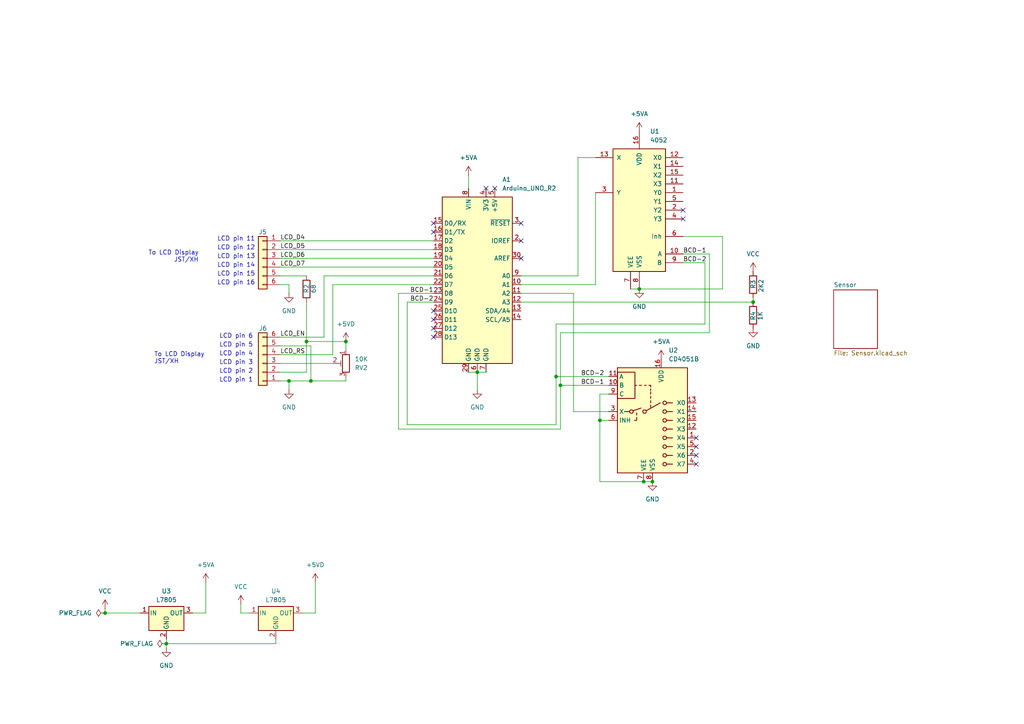
<source format=kicad_sch>
(kicad_sch (version 20250114) (generator "eeschema") (generator_version "9.0")
  (paper "A4")
  (lib_symbols
    (symbol "+5VD_1" (power) (pin_numbers (hide yes)) (pin_names (offset 0) (hide yes))
      (property "Value" "+5VD" (at 0 3.556 0))
      (symbol "+5VD_1_0_1"
        (polyline (pts (xy -0.762 1.27) (xy 0 2.54)))
        (polyline (pts (xy 0 2.54) (xy 0.762 1.27)))
        (polyline (pts (xy 0 0) (xy 0 2.54)))
      )
      (symbol "+5VD_1_1_1"
        (pin power_in line (at 0 0 90) (length 0) (name "~") (number "1"))
      )
    )
    (symbol "4xxx:4052" (pin_names (offset 1.016))
      (property "Reference" "U" (at -7.62 19.05 0))
      (property "Value" "4052" (at -7.62 -19.05 0))
      (symbol "4052_1_0"
        (pin passive line (at -12.7 15.24 0) (length 5.08) (name "X0") (number "12"))
        (pin passive line (at -12.7 12.7 0) (length 5.08) (name "X1") (number "14"))
        (pin passive line (at -12.7 10.16 0) (length 5.08) (name "X2") (number "15"))
        (pin passive line (at -12.7 7.62 0) (length 5.08) (name "X3") (number "11"))
        (pin passive line (at -12.7 5.08 0) (length 5.08) (name "Y0") (number "1"))
        (pin passive line (at -12.7 2.54 0) (length 5.08) (name "Y1") (number "5"))
        (pin passive line (at -12.7 0 0) (length 5.08) (name "Y2") (number "2"))
        (pin passive line (at -12.7 -2.54 0) (length 5.08) (name "Y3") (number "4"))
        (pin input line (at -12.7 -7.62 0) (length 5.08) (name "Inh") (number "6"))
        (pin input line (at -12.7 -12.7 0) (length 5.08) (name "A") (number "10"))
        (pin input line (at -12.7 -15.24 0) (length 5.08) (name "B") (number "9"))
        (pin power_in line (at 0 22.86 270) (length 5.08) (name "VDD") (number "16"))
        (pin power_in line (at 0 -22.86 90) (length 5.08) (name "VSS") (number "8"))
        (pin power_in line (at 2.54 -22.86 90) (length 5.08) (name "VEE") (number "7"))
        (pin passive line (at 12.7 15.24 180) (length 5.08) (name "X") (number "13"))
        (pin passive line (at 12.7 5.08 180) (length 5.08) (name "Y") (number "3"))
      )
      (symbol "4052_1_1"
        (rectangle (start -7.62 17.78) (end 7.62 -17.78) (stroke (width 0.254)) (fill (type background)))
      )
    )
    (symbol "Analog_Switch:CD4051B"
      (property "Reference" "U" (at -10.16 16.51 0))
      (property "Value" "CD4051B" (at 3.81 16.51 0))
      (symbol "CD4051B_0_1"
        (rectangle (start -10.16 15.24) (end 10.16 -15.24) (stroke (width 0.254)) (fill (type background)))
        (rectangle (start -10.16 6.35) (end -5.08 13.97) (stroke (width 0.254)))
        (polyline (pts (xy -8.128 2.54) (xy -6.604 2.54)) (stroke (width 0.254)))
        (circle (center -6.096 2.54) (radius 0.508) (stroke (width 0.254)))
        (polyline (pts (xy -5.588 2.794) (xy -3.302 3.556)) (stroke (width 0.254)))
        (polyline (pts (xy -4.572 10.16) (xy -5.08 10.16)) (stroke (width 0.254)))
        (polyline (pts (xy -4.572 1.524) (xy -4.572 2.159)) (stroke (width 0.254)))
        (polyline (pts (xy -4.572 0.254) (xy -4.572 0.889)) (stroke (width 0.254)))
        (polyline (pts (xy -4.572 0) (xy -5.207 0)) (stroke (width 0.254)))
        (polyline (pts (xy -3.81 10.16) (xy -3.175 10.16)) (stroke (width 0.254)))
        (circle (center -2.286 2.54) (radius 0.508) (stroke (width 0.254)))
        (polyline (pts (xy -1.778 10.16) (xy -2.286 10.16)) (stroke (width 0.254)))
        (polyline (pts (xy -1.778 2.794) (xy 2.286 5.08)) (stroke (width 0.254)))
        (polyline (pts (xy -0.508 10.16) (xy -1.016 10.16)) (stroke (width 0.254)))
        (polyline (pts (xy -0.508 9.652) (xy -0.508 10.16)) (stroke (width 0.254)))
        (polyline (pts (xy -0.508 8.636) (xy -0.508 9.144)) (stroke (width 0.254)))
        (polyline (pts (xy -0.508 7.62) (xy -0.508 8.255)) (stroke (width 0.254)))
        (polyline (pts (xy -0.508 6.35) (xy -0.508 6.985)) (stroke (width 0.254)))
        (polyline (pts (xy -0.508 5.08) (xy -0.508 5.715)) (stroke (width 0.254)))
        (polyline (pts (xy -0.508 3.81) (xy -0.508 4.445)) (stroke (width 0.254)))
        (circle (center 3.556 5.08) (radius 0.508) (stroke (width 0.254)))
        (circle (center 3.556 2.54) (radius 0.508) (stroke (width 0.254)))
        (circle (center 3.556 0) (radius 0.508) (stroke (width 0.254)))
        (circle (center 3.556 -2.54) (radius 0.508) (stroke (width 0.254)))
        (circle (center 3.556 -5.08) (radius 0.508) (stroke (width 0.254)))
        (circle (center 3.556 -7.62) (radius 0.508) (stroke (width 0.254)))
        (circle (center 3.556 -10.16) (radius 0.508) (stroke (width 0.254)))
        (circle (center 3.556 -12.7) (radius 0.508) (stroke (width 0.254)))
        (polyline (pts (xy 4.064 5.08) (xy 5.842 5.08)) (stroke (width 0.254)))
        (polyline (pts (xy 4.064 2.54) (xy 5.842 2.54)) (stroke (width 0.254)))
        (polyline (pts (xy 4.064 0) (xy 5.842 0)) (stroke (width 0.254)))
        (polyline (pts (xy 4.064 -2.54) (xy 5.842 -2.54)) (stroke (width 0.254)))
        (polyline (pts (xy 4.064 -5.08) (xy 5.842 -5.08)) (stroke (width 0.254)))
        (polyline (pts (xy 4.064 -7.62) (xy 5.842 -7.62)) (stroke (width 0.254)))
        (polyline (pts (xy 4.064 -10.16) (xy 5.842 -10.16)) (stroke (width 0.254)))
        (polyline (pts (xy 4.064 -12.7) (xy 5.842 -12.7)) (stroke (width 0.254)))
      )
      (symbol "CD4051B_1_1"
        (pin input line (at -12.7 12.7 0) (length 2.54) (name "A") (number "11"))
        (pin input line (at -12.7 10.16 0) (length 2.54) (name "B") (number "10"))
        (pin input line (at -12.7 7.62 0) (length 2.54) (name "C") (number "9"))
        (pin bidirectional line (at -12.7 2.54 0) (length 2.54) (name "X") (number "3"))
        (pin input line (at -12.7 0 0) (length 2.54) (name "INH") (number "6"))
        (pin power_in line (at -2.54 -17.78 90) (length 2.54) (name "VEE") (number "7"))
        (pin power_in line (at 0 -17.78 90) (length 2.54) (name "VSS") (number "8"))
        (pin power_in line (at 2.54 17.78 270) (length 2.54) (name "VDD") (number "16"))
        (pin bidirectional line (at 12.7 5.08 180) (length 2.54) (name "X0") (number "13"))
        (pin bidirectional line (at 12.7 2.54 180) (length 2.54) (name "X1") (number "14"))
        (pin bidirectional line (at 12.7 0 180) (length 2.54) (name "X2") (number "15"))
        (pin bidirectional line (at 12.7 -2.54 180) (length 2.54) (name "X3") (number "12"))
        (pin bidirectional line (at 12.7 -5.08 180) (length 2.54) (name "X4") (number "1"))
        (pin bidirectional line (at 12.7 -7.62 180) (length 2.54) (name "X5") (number "5"))
        (pin bidirectional line (at 12.7 -10.16 180) (length 2.54) (name "X6") (number "2"))
        (pin bidirectional line (at 12.7 -12.7 180) (length 2.54) (name "X7") (number "4"))
      )
    )
    (symbol "Connector_Generic:Conn_01x06" (pin_names (offset 1.016) (hide yes))
      (property "Reference" "J" (at 0 7.62 0))
      (property "Value" "Conn_01x06" (at 0 -10.16 0))
      (symbol "Conn_01x06_1_1"
        (rectangle (start -1.27 6.35) (end 1.27 -8.89) (stroke (width 0.254)) (fill (type background)))
        (rectangle (start -1.27 5.207) (end 0 4.953) (stroke (width 0.1524)))
        (rectangle (start -1.27 2.667) (end 0 2.413) (stroke (width 0.1524)))
        (rectangle (start -1.27 0.127) (end 0 -0.127) (stroke (width 0.1524)))
        (rectangle (start -1.27 -2.413) (end 0 -2.667) (stroke (width 0.1524)))
        (rectangle (start -1.27 -4.953) (end 0 -5.207) (stroke (width 0.1524)))
        (rectangle (start -1.27 -7.493) (end 0 -7.747) (stroke (width 0.1524)))
        (pin passive line (at -5.08 5.08 0) (length 3.81) (name "Pin_1") (number "1"))
        (pin passive line (at -5.08 2.54 0) (length 3.81) (name "Pin_2") (number "2"))
        (pin passive line (at -5.08 0 0) (length 3.81) (name "Pin_3") (number "3"))
        (pin passive line (at -5.08 -2.54 0) (length 3.81) (name "Pin_4") (number "4"))
        (pin passive line (at -5.08 -5.08 0) (length 3.81) (name "Pin_5") (number "5"))
        (pin passive line (at -5.08 -7.62 0) (length 3.81) (name "Pin_6") (number "6"))
      )
    )
    (symbol "Device:R" (pin_numbers (hide yes)) (pin_names (offset 0))
      (property "Reference" "R" (at 2.032 0 90))
      (property "Value" "R" (at 0 0 90))
      (symbol "R_0_1"
        (rectangle (start -1.016 -2.54) (end 1.016 2.54) (stroke (width 0.254)))
      )
      (symbol "R_1_1"
        (pin passive line (at 0 3.81 270) (length 1.27) (name "~") (number "1"))
        (pin passive line (at 0 -3.81 90) (length 1.27) (name "~") (number "2"))
      )
    )
    (symbol "Device:R_Potentiometer_Trim" (pin_names (offset 1.016) (hide yes))
      (property "Reference" "RV" (at -4.445 0 90))
      (property "Value" "R_Potentiometer_Trim" (at -2.54 0 90))
      (symbol "R_Potentiometer_Trim_0_1"
        (rectangle (start 1.016 2.54) (end -1.016 -2.54) (stroke (width 0.254)))
        (polyline (pts (xy 1.524 0.762) (xy 1.524 -0.762)))
        (polyline (pts (xy 2.54 0) (xy 1.524 0)))
      )
      (symbol "R_Potentiometer_Trim_1_1"
        (pin passive line (at 0 3.81 270) (length 1.27) (name "1") (number "1"))
        (pin passive line (at 0 -3.81 90) (length 1.27) (name "3") (number "3"))
        (pin passive line (at 3.81 0 180) (length 1.27) (name "2") (number "2"))
      )
    )
    (symbol "MCU_Module:Arduino_UNO_R2"
      (property "Reference" "A" (at -10.16 23.495 0))
      (property "Value" "Arduino_UNO_R2" (at 5.08 -26.67 0))
      (symbol "Arduino_UNO_R2_0_1"
        (rectangle (start -10.16 22.86) (end 10.16 -25.4) (stroke (width 0.254)) (fill (type background)))
      )
      (symbol "Arduino_UNO_R2_1_1"
        (pin bidirectional line (at -12.7 15.24 0) (length 2.54) (name "D0/RX") (number "15"))
        (pin bidirectional line (at -12.7 12.7 0) (length 2.54) (name "D1/TX") (number "16"))
        (pin bidirectional line (at -12.7 10.16 0) (length 2.54) (name "D2") (number "17"))
        (pin bidirectional line (at -12.7 7.62 0) (length 2.54) (name "D3") (number "18"))
        (pin bidirectional line (at -12.7 5.08 0) (length 2.54) (name "D4") (number "19"))
        (pin bidirectional line (at -12.7 2.54 0) (length 2.54) (name "D5") (number "20"))
        (pin bidirectional line (at -12.7 0 0) (length 2.54) (name "D6") (number "21"))
        (pin bidirectional line (at -12.7 -2.54 0) (length 2.54) (name "D7") (number "22"))
        (pin bidirectional line (at -12.7 -5.08 0) (length 2.54) (name "D8") (number "23"))
        (pin bidirectional line (at -12.7 -7.62 0) (length 2.54) (name "D9") (number "24"))
        (pin bidirectional line (at -12.7 -10.16 0) (length 2.54) (name "D10") (number "25"))
        (pin bidirectional line (at -12.7 -12.7 0) (length 2.54) (name "D11") (number "26"))
        (pin bidirectional line (at -12.7 -15.24 0) (length 2.54) (name "D12") (number "27"))
        (pin bidirectional line (at -12.7 -17.78 0) (length 2.54) (name "D13") (number "28"))
        (pin no_connect line (at -10.16 -20.32 0) (length 2.54) (hide yes) (name "NC") (number "1"))
        (pin power_in line (at -2.54 25.4 270) (length 2.54) (name "VIN") (number "8"))
        (pin power_in line (at -2.54 -27.94 90) (length 2.54) (name "GND") (number "29"))
        (pin power_in line (at 0 -27.94 90) (length 2.54) (name "GND") (number "6"))
        (pin power_out line (at 2.54 25.4 270) (length 2.54) (name "3V3") (number "4"))
        (pin power_in line (at 2.54 -27.94 90) (length 2.54) (name "GND") (number "7"))
        (pin power_out line (at 5.08 25.4 270) (length 2.54) (name "+5V") (number "5"))
        (pin input line (at 12.7 15.24 180) (length 2.54) (name "~{RESET}") (number "3"))
        (pin output line (at 12.7 10.16 180) (length 2.54) (name "IOREF") (number "2"))
        (pin input line (at 12.7 5.08 180) (length 2.54) (name "AREF") (number "30"))
        (pin bidirectional line (at 12.7 0 180) (length 2.54) (name "A0") (number "9"))
        (pin bidirectional line (at 12.7 -2.54 180) (length 2.54) (name "A1") (number "10"))
        (pin bidirectional line (at 12.7 -5.08 180) (length 2.54) (name "A2") (number "11"))
        (pin bidirectional line (at 12.7 -7.62 180) (length 2.54) (name "A3") (number "12"))
        (pin bidirectional line (at 12.7 -10.16 180) (length 2.54) (name "SDA/A4") (number "13"))
        (pin bidirectional line (at 12.7 -12.7 180) (length 2.54) (name "SCL/A5") (number "14"))
      )
    )
    (symbol "Regulator_Linear:L7805" (pin_names (offset 0.254))
      (property "Reference" "U" (at -3.81 3.175 0))
      (property "Value" "L7805" (at 0 3.175 0))
      (symbol "L7805_0_1"
        (rectangle (start -5.08 1.905) (end 5.08 -5.08) (stroke (width 0.254)) (fill (type background)))
      )
      (symbol "L7805_1_1"
        (pin power_in line (at -7.62 0 0) (length 2.54) (name "IN") (number "1"))
        (pin power_in line (at 0 -7.62 90) (length 2.54) (name "GND") (number "2"))
        (pin power_out line (at 7.62 0 180) (length 2.54) (name "OUT") (number "3"))
      )
    )
    (symbol "power:+5VA" (power) (pin_numbers (hide yes)) (pin_names (offset 0) (hide yes))
      (property "Value" "+5VA" (at 0 3.556 0))
      (symbol "+5VA_0_1"
        (polyline (pts (xy -0.762 1.27) (xy 0 2.54)))
        (polyline (pts (xy 0 2.54) (xy 0.762 1.27)))
        (polyline (pts (xy 0 0) (xy 0 2.54)))
      )
      (symbol "+5VA_1_1"
        (pin power_in line (at 0 0 90) (length 0) (name "~") (number "1"))
      )
    )
    (symbol "power:GND" (power) (pin_numbers (hide yes)) (pin_names (offset 0) (hide yes))
      (property "Value" "GND" (at 0 -3.81 0))
      (symbol "GND_0_1"
        (polyline (pts (xy 0 0) (xy 0 -1.27) (xy 1.27 -1.27) (xy 0 -2.54) (xy -1.27 -1.27) (xy 0 -1.27)))
      )
      (symbol "GND_1_1"
        (pin power_in line (at 0 0 270) (length 0) (name "~") (number "1"))
      )
    )
    (symbol "power:PWR_FLAG" (power) (pin_numbers (hide yes)) (pin_names (offset 0) (hide yes))
      (property "Value" "PWR_FLAG" (at 0 3.81 0))
      (symbol "PWR_FLAG_0_0"
        (pin power_out line (at 0 0 90) (length 0) (name "~") (number "1"))
      )
      (symbol "PWR_FLAG_0_1"
        (polyline (pts (xy 0 0) (xy 0 1.27) (xy -1.016 1.905) (xy 0 2.54) (xy 1.016 1.905) (xy 0 1.27)))
      )
    )
    (symbol "power:VCC" (power) (pin_numbers (hide yes)) (pin_names (offset 0) (hide yes))
      (property "Value" "VCC" (at 0 3.556 0))
      (symbol "VCC_0_1"
        (polyline (pts (xy -0.762 1.27) (xy 0 2.54)))
        (polyline (pts (xy 0 2.54) (xy 0.762 1.27)))
        (polyline (pts (xy 0 0) (xy 0 2.54)))
      )
      (symbol "VCC_1_1"
        (pin power_in line (at 0 0 90) (length 0) (name "~") (number "1"))
      )
    )
  )
  (text "LCD pin 12" (at 62.992 72.644 0) (effects (font (size 1.27 1.27)) (justify left bottom)))
  (text "LCD pin 6" (at 73.406 98.298 0) (effects (font (size 1.27 1.27)) (justify right bottom)))
  (text "To LCD Display\nJST/XH" (at 44.704 105.664 0) (effects (font (size 1.27 1.27)) (justify left bottom)))
  (text "LCD pin 16" (at 62.992 82.804 0) (effects (font (size 1.27 1.27)) (justify left bottom)))
  (text "LCD pin 3" (at 73.406 105.918 0) (effects (font (size 1.27 1.27)) (justify right bottom)))
  (text "LCD pin 1" (at 73.406 110.998 0) (effects (font (size 1.27 1.27)) (justify right bottom)))
  (text "LCD pin 5" (at 73.406 100.838 0) (effects (font (size 1.27 1.27)) (justify right bottom)))
  (text "LCD pin 11" (at 62.992 70.104 0) (effects (font (size 1.27 1.27)) (justify left bottom)))
  (text "LCD pin 13" (at 62.992 75.184 0) (effects (font (size 1.27 1.27)) (justify left bottom)))
  (text "LCD pin 2" (at 73.406 108.458 0) (effects (font (size 1.27 1.27)) (justify right bottom)))
  (text "LCD pin 4" (at 73.406 103.378 0) (effects (font (size 1.27 1.27)) (justify right bottom)))
  (text "LCD pin 14" (at 62.992 77.724 0) (effects (font (size 1.27 1.27)) (justify left bottom)))
  (text "LCD pin 15" (at 62.992 80.264 0) (effects (font (size 1.27 1.27)) (justify left bottom)))
  (text "To LCD Display\nJST/XH" (at 57.658 76.2 0) (effects (font (size 1.27 1.27)) (justify right bottom)))
  (junction (at 83.82 110.49))
  (junction (at 138.43 107.95))
  (junction (at 218.44 87.63))
  (junction (at 88.9 99.06))
  (junction (at 189.23 139.7))
  (junction (at 173.99 121.92))
  (junction (at 100.33 99.06))
  (junction (at 161.29 109.22))
  (junction (at 30.48 177.8))
  (junction (at 186.69 139.7))
  (junction (at 185.42 83.82))
  (junction (at 90.17 110.49))
  (junction (at 162.56 111.76))
  (junction (at 48.26 186.69))
  (no_connect (at 125.73 97.79))
  (no_connect (at 143.51 54.61))
  (no_connect (at 151.13 64.77))
  (no_connect (at 125.73 95.25))
  (no_connect (at 201.93 132.08))
  (no_connect (at 125.73 64.77))
  (no_connect (at 198.12 60.96))
  (no_connect (at 198.12 63.5))
  (no_connect (at 125.73 92.71))
  (no_connect (at 201.93 127))
  (no_connect (at 201.93 134.62))
  (no_connect (at 140.97 54.61))
  (no_connect (at 201.93 129.54))
  (no_connect (at 125.73 67.31))
  (no_connect (at 151.13 74.93))
  (no_connect (at 151.13 69.85))
  (no_connect (at 125.73 90.17))
  (wire (pts (xy 100.33 110.49) (xy 100.33 109.22)))
  (wire (pts (xy 204.47 93.98) (xy 161.29 93.98)))
  (wire (pts (xy 173.99 139.7) (xy 186.69 139.7)))
  (wire (pts (xy 162.56 96.52) (xy 162.56 111.76)))
  (wire (pts (xy 151.13 85.09) (xy 166.37 85.09)))
  (wire (pts (xy 69.85 175.26) (xy 69.85 177.8)))
  (wire (pts (xy 88.9 99.06) (xy 100.33 99.06)))
  (wire (pts (xy 198.12 76.2) (xy 204.47 76.2)))
  (wire (pts (xy 167.64 45.72) (xy 167.64 80.01)))
  (wire (pts (xy 218.44 86.36) (xy 218.44 87.63)))
  (wire (pts (xy 182.88 83.82) (xy 185.42 83.82)))
  (wire (pts (xy 81.28 102.87) (xy 96.52 102.87)))
  (wire (pts (xy 138.43 107.95) (xy 138.43 113.03)))
  (wire (pts (xy 91.44 177.8) (xy 87.63 177.8)))
  (wire (pts (xy 81.28 107.95) (xy 88.9 107.95)))
  (wire (pts (xy 151.13 80.01) (xy 167.64 80.01)))
  (wire (pts (xy 30.48 176.53) (xy 30.48 177.8)))
  (wire (pts (xy 205.74 73.66) (xy 205.74 96.52)))
  (wire (pts (xy 125.73 85.09) (xy 115.57 85.09)))
  (wire (pts (xy 96.52 82.55) (xy 125.73 82.55)))
  (wire (pts (xy 90.17 110.49) (xy 100.33 110.49)))
  (wire (pts (xy 161.29 109.22) (xy 161.29 123.19)))
  (wire (pts (xy 83.82 82.55) (xy 83.82 85.09)))
  (wire (pts (xy 81.28 80.01) (xy 88.9 80.01)))
  (wire (pts (xy 162.56 111.76) (xy 176.53 111.76)))
  (wire (pts (xy 172.72 45.72) (xy 167.64 45.72)))
  (wire (pts (xy 166.37 119.38) (xy 176.53 119.38)))
  (wire (pts (xy 90.17 100.33) (xy 90.17 110.49)))
  (wire (pts (xy 151.13 87.63) (xy 218.44 87.63)))
  (wire (pts (xy 173.99 114.3) (xy 173.99 121.92)))
  (wire (pts (xy 81.28 110.49) (xy 83.82 110.49)))
  (wire (pts (xy 83.82 110.49) (xy 83.82 113.03)))
  (wire (pts (xy 135.89 50.8) (xy 135.89 54.61)))
  (wire (pts (xy 198.12 68.58) (xy 209.55 68.58)))
  (wire (pts (xy 205.74 96.52) (xy 162.56 96.52)))
  (wire (pts (xy 198.12 73.66) (xy 205.74 73.66)))
  (wire (pts (xy 48.26 185.42) (xy 48.26 186.69)))
  (wire (pts (xy 151.13 82.55) (xy 172.72 82.55)))
  (wire (pts (xy 81.28 72.39) (xy 125.73 72.39)))
  (wire (pts (xy 81.28 69.85) (xy 125.73 69.85)))
  (wire (pts (xy 81.28 82.55) (xy 83.82 82.55)))
  (wire (pts (xy 69.85 177.8) (xy 72.39 177.8)))
  (wire (pts (xy 209.55 68.58) (xy 209.55 83.82)))
  (wire (pts (xy 166.37 85.09) (xy 166.37 119.38)))
  (wire (pts (xy 88.9 107.95) (xy 88.9 99.06)))
  (wire (pts (xy 59.69 168.91) (xy 59.69 177.8)))
  (wire (pts (xy 176.53 109.22) (xy 161.29 109.22)))
  (wire (pts (xy 81.28 100.33) (xy 90.17 100.33)))
  (wire (pts (xy 135.89 107.95) (xy 138.43 107.95)))
  (wire (pts (xy 90.17 110.49) (xy 83.82 110.49)))
  (wire (pts (xy 81.28 74.93) (xy 125.73 74.93)))
  (wire (pts (xy 81.28 97.79) (xy 93.98 97.79)))
  (wire (pts (xy 176.53 114.3) (xy 173.99 114.3)))
  (wire (pts (xy 100.33 99.06) (xy 100.33 101.6)))
  (wire (pts (xy 48.26 186.69) (xy 48.26 187.96)))
  (wire (pts (xy 93.98 80.01) (xy 125.73 80.01)))
  (wire (pts (xy 81.28 77.47) (xy 125.73 77.47)))
  (wire (pts (xy 161.29 123.19) (xy 118.11 123.19)))
  (wire (pts (xy 59.69 177.8) (xy 55.88 177.8)))
  (wire (pts (xy 80.01 186.69) (xy 80.01 185.42)))
  (wire (pts (xy 91.44 168.91) (xy 91.44 177.8)))
  (wire (pts (xy 186.69 139.7) (xy 189.23 139.7)))
  (wire (pts (xy 173.99 121.92) (xy 176.53 121.92)))
  (wire (pts (xy 115.57 124.46) (xy 162.56 124.46)))
  (wire (pts (xy 118.11 87.63) (xy 125.73 87.63)))
  (wire (pts (xy 118.11 123.19) (xy 118.11 87.63)))
  (wire (pts (xy 48.26 186.69) (xy 80.01 186.69)))
  (wire (pts (xy 138.43 107.95) (xy 140.97 107.95)))
  (wire (pts (xy 93.98 97.79) (xy 93.98 80.01)))
  (wire (pts (xy 115.57 85.09) (xy 115.57 124.46)))
  (wire (pts (xy 162.56 124.46) (xy 162.56 111.76)))
  (wire (pts (xy 30.48 177.8) (xy 40.64 177.8)))
  (wire (pts (xy 204.47 76.2) (xy 204.47 93.98)))
  (wire (pts (xy 173.99 121.92) (xy 173.99 139.7)))
  (wire (pts (xy 88.9 99.06) (xy 88.9 87.63)))
  (wire (pts (xy 185.42 83.82) (xy 209.55 83.82)))
  (wire (pts (xy 96.52 102.87) (xy 96.52 82.55)))
  (wire (pts (xy 172.72 55.88) (xy 172.72 82.55)))
  (wire (pts (xy 81.28 105.41) (xy 96.52 105.41)))
  (wire (pts (xy 161.29 93.98) (xy 161.29 109.22)))
  (label "LCD_D4" (at 81.28 69.85 0))
  (label "BCD-1" (at 175.26 111.76 180))
  (label "LCD_EN" (at 81.28 97.79 0))
  (label "LCD_D7" (at 81.28 77.47 0))
  (label "BCD-2" (at 198.12 76.2 0))
  (label "LCD_RS" (at 81.28 102.87 0))
  (label "BCD-1" (at 198.12 73.66 0))
  (label "BCD-2" (at 125.73 87.63 180))
  (label "BCD-1" (at 125.73 85.09 180))
  (label "BCD-2" (at 175.26 109.22 180))
  (label "LCD_D6" (at 81.28 74.93 0))
  (label "LCD_D5" (at 81.28 72.39 0))
  (symbol (lib_id "power:GND") (at 189.23 139.7 0) (unit 1)
    (property "Reference" "#PWR014" (effects (hide yes)))
    (property "Value" "GND" (at 189.23 144.78 0))
    (property "Description" "Power symbol creates a global label with name \"GND\" , ground" (effects (hide yes)))
  )
  (symbol (lib_id "power:GND") (at 185.42 83.82 0) (unit 1)
    (property "Reference" "#PWR015" (effects (hide yes)))
    (property "Value" "GND" (at 185.42 88.9 0))
    (property "Description" "Power symbol creates a global label with name \"GND\" , ground" (effects (hide yes)))
  )
  (symbol (lib_id "power:+5VA") (at 59.69 168.91 0) (unit 1)
    (property "Reference" "#PWR08" (effects (hide yes)))
    (property "Value" "+5VA" (at 59.69 163.83 0))
    (property "Description" "Power symbol creates a global label with name \"+5VA\"" (effects (hide yes)))
  )
  (symbol (lib_id "power:PWR_FLAG") (at 30.48 177.8 90) (unit 1)
    (property "Reference" "#FLG03" (effects (hide yes)))
    (property "Value" "PWR_FLAG" (at 26.67 177.7999 90) (effects (justify left)))
    (property "Description" "Special symbol for telling ERC where power comes from" (effects (hide yes)))
  )
  (symbol (lib_id "Analog_Switch:CD4051B") (at 189.23 121.92 0) (unit 1)
    (property "Reference" "U2" (at 193.9133 101.6 0) (effects (justify left)))
    (property "Value" "CD4051B" (at 193.9133 104.14 0) (effects (justify left)))
    (property "Datasheet" "http://www.ti.com/lit/ds/symlink/cd4052b.pdf" (effects (hide yes)))
    (property "Description" "CMOS single 8-channel analog multiplexer demultiplexer, TSSOP-16/DIP-16/SOIC-16" (effects (hide yes)))
  )
  (symbol (lib_id "power:VCC") (at 218.44 78.74 0) (unit 1)
    (property "Reference" "#PWR018" (effects (hide yes)))
    (property "Value" "VCC" (at 218.44 73.66 0))
    (property "Description" "Power symbol creates a global label with name \"VCC\"" (effects (hide yes)))
  )
  (symbol (lib_id "power:VCC") (at 69.85 175.26 0) (unit 1)
    (property "Reference" "#PWR07" (effects (hide yes)))
    (property "Value" "VCC" (at 69.85 170.18 0))
    (property "Description" "Power symbol creates a global label with name \"VCC\"" (effects (hide yes)))
  )
  (symbol (lib_id "power:PWR_FLAG") (at 48.26 186.69 90) (unit 1)
    (property "Reference" "#FLG04" (effects (hide yes)))
    (property "Value" "PWR_FLAG" (at 44.45 186.6899 90) (effects (justify left)))
    (property "Description" "Special symbol for telling ERC where power comes from" (effects (hide yes)))
  )
  (symbol (lib_id "Regulator_Linear:L7805") (at 48.26 177.8 0) (unit 1)
    (property "Reference" "U3" (at 48.26 171.45 0))
    (property "Value" "L7805" (at 48.26 173.99 0))
    (property "Datasheet" "http://www.st.com/content/ccc/resource/technical/document/datasheet/41/4f/b3/b0/12/d4/47/88/CD00000444.pdf/files/CD00000444.pdf/jcr:content/translations/en.CD00000444.pdf" (effects (hide yes)))
    (property "Description" "Positive 1.5A 35V Linear Regulator, Fixed Output 5V, TO-220/TO-263/TO-252" (effects (hide yes)))
  )
  (symbol (lib_id "Device:R") (at 218.44 91.44 0) (unit 1)
    (property "Reference" "R4" (at 218.44 92.964 90) (effects (justify left)))
    (property "Value" "1K" (at 220.472 92.964 90) (effects (justify left)))
    (property "Description" "Resistor" (effects (hide yes)))
  )
  (symbol (lib_id "Connector_Generic:Conn_01x06") (at 76.2 105.41 180) (unit 1)
    (property "Reference" "J6" (at 77.47 95.25 0) (effects (justify left)))
    (property "Value" "Conn_01x05" (effects (hide yes)))
    (property "Footprint" "Connector_JST:JST_XH_B6B-XH-A_1x06_P2.50mm_Vertical" (effects (hide yes)))
  )
  (symbol (lib_id "power:+5VA") (at 185.42 38.1 0) (unit 1)
    (property "Reference" "#PWR016" (effects (hide yes)))
    (property "Value" "+5VA" (at 185.42 33.02 0))
    (property "Description" "Power symbol creates a global label with name \"+5VA\"" (effects (hide yes)))
  )
  (symbol (lib_id "power:GND") (at 48.26 187.96 0) (unit 1)
    (property "Reference" "#PWR05" (effects (hide yes)))
    (property "Value" "GND" (at 48.26 193.04 0))
    (property "Description" "Power symbol creates a global label with name \"GND\" , ground" (effects (hide yes)))
  )
  (symbol (lib_id "Regulator_Linear:L7805") (at 80.01 177.8 0) (unit 1)
    (property "Reference" "U4" (at 80.01 171.45 0))
    (property "Value" "L7805" (at 80.01 173.99 0))
    (property "Datasheet" "http://www.st.com/content/ccc/resource/technical/document/datasheet/41/4f/b3/b0/12/d4/47/88/CD00000444.pdf/files/CD00000444.pdf/jcr:content/translations/en.CD00000444.pdf" (effects (hide yes)))
    (property "Description" "Positive 1.5A 35V Linear Regulator, Fixed Output 5V, TO-220/TO-263/TO-252" (effects (hide yes)))
  )
  (symbol (lib_id "power:GND") (at 83.82 113.03 0) (unit 1)
    (property "Reference" "#PWR010" (effects (hide yes)))
    (property "Value" "GND" (at 83.82 118.11 0))
    (property "Description" "Power symbol creates a global label with name \"GND\" , ground" (effects (hide yes)))
  )
  (symbol (lib_name "+5VD_1") (lib_id "power:+5VD") (at 91.44 168.91 0) (unit 1)
    (property "Reference" "#PWR011" (effects (hide yes)))
    (property "Value" "+5VD" (at 91.44 163.83 0))
    (property "Description" "Power symbol creates a global label with name \"+5VD\"" (effects (hide yes)))
  )
  (symbol (lib_id "power:GND") (at 138.43 113.03 0) (unit 1)
    (property "Reference" "#PWR01" (effects (hide yes)))
    (property "Value" "GND" (at 138.43 118.11 0))
    (property "Description" "Power symbol creates a global label with name \"GND\" , ground" (effects (hide yes)))
  )
  (symbol (lib_id "power:GND") (at 218.44 95.25 0) (unit 1)
    (property "Reference" "#PWR019" (effects (hide yes)))
    (property "Value" "GND" (at 218.44 100.33 0))
    (property "Description" "Power symbol creates a global label with name \"GND\" , ground" (effects (hide yes)))
  )
  (symbol (lib_id "MCU_Module:Arduino_UNO_R2") (at 138.43 80.01 0) (unit 1)
    (property "Reference" "A1" (at 145.6533 52.07 0) (effects (justify left)))
    (property "Value" "Arduino_UNO_R2" (at 145.6533 54.61 0) (effects (justify left)))
    (property "Footprint" "Module:Arduino_UNO_R2" (effects (hide yes)))
    (property "Datasheet" "https://www.arduino.cc/en/Main/arduinoBoardUno" (effects (hide yes)))
    (property "Description" "Arduino UNO Microcontroller Module, release 2" (effects (hide yes)))
  )
  (symbol (lib_id "Device:R_Potentiometer_Trim") (at 100.33 105.41 0) (mirror y) (unit 1)
    (property "Reference" "RV2" (at 102.87 106.6801 0) (effects (justify right)))
    (property "Value" "10K" (at 102.87 104.1401 0) (effects (justify right)))
    (property "Footprint" "Potentiometer_THT:Potentiometer_Bourns_3296W_Vertical" (effects (hide yes)))
  )
  (symbol (lib_id "power:VCC") (at 30.48 176.53 0) (unit 1)
    (property "Reference" "#PWR03" (effects (hide yes)))
    (property "Value" "VCC" (at 30.48 171.45 0))
    (property "Description" "Power symbol creates a global label with name \"VCC\"" (effects (hide yes)))
  )
  (symbol (lib_id "4xxx:4052") (at 185.42 60.96 0) (mirror y) (unit 1)
    (property "Reference" "U1" (at 188.5381 38.1 0) (effects (justify right)))
    (property "Value" "4052" (at 188.5381 40.64 0) (effects (justify right)))
    (property "Datasheet" "http://www.intersil.com/content/dam/Intersil/documents/cd40/cd4051bms-52bms-53bms.pdf" (effects (hide yes)))
    (property "Description" "Dual Analog Multiplexer 4 to 1 line" (effects (hide yes)))
  )
  (symbol (lib_id "Device:R") (at 218.44 82.55 0) (unit 1)
    (property "Reference" "R3" (at 218.44 83.82 90) (effects (justify left)))
    (property "Value" "2K2" (at 220.726 84.836 90) (effects (justify left)))
    (property "Description" "Resistor" (effects (hide yes)))
  )
  (symbol (lib_id "Device:R") (at 88.9 83.82 180) (unit 1)
    (property "Reference" "R2" (at 88.9 85.09 90) (effects (justify right)))
    (property "Value" "68" (at 90.932 85.09 90) (effects (justify right)))
    (property "Description" "Resistor" (effects (hide yes)))
  )
  (symbol (lib_id "Connector_Generic:Conn_01x06") (at 76.2 74.93 0) (mirror y) (unit 1)
    (property "Reference" "J5" (at 76.2 67.31 0))
    (property "Value" "Conn_01x06" (effects (hide yes)))
    (property "Footprint" "Connector_JST:JST_XH_B6B-XH-A_1x06_P2.50mm_Vertical" (effects (hide yes)))
  )
  (symbol (lib_id "power:+5VA") (at 135.89 50.8 0) (unit 1)
    (property "Reference" "#PWR013" (effects (hide yes)))
    (property "Value" "+5VA" (at 135.89 45.72 0))
    (property "Description" "Power symbol creates a global label with name \"+5VA\"" (effects (hide yes)))
  )
  (symbol (lib_name "+5VD_1") (lib_id "power:+5VD") (at 100.33 99.06 0) (unit 1)
    (property "Reference" "#PWR012" (effects (hide yes)))
    (property "Value" "+5VD" (at 100.33 93.98 0))
    (property "Description" "Power symbol creates a global label with name \"+5VD\"" (effects (hide yes)))
  )
  (symbol (lib_id "power:GND") (at 83.82 85.09 0) (unit 1)
    (property "Reference" "#PWR09" (effects (hide yes)))
    (property "Value" "GND" (at 83.82 90.17 0))
    (property "Description" "Power symbol creates a global label with name \"GND\" , ground" (effects (hide yes)))
  )
  (symbol (lib_id "power:+5VA") (at 191.77 104.14 0) (unit 1)
    (property "Reference" "#PWR017" (effects (hide yes)))
    (property "Value" "+5VA" (at 191.77 99.06 0))
    (property "Description" "Power symbol creates a global label with name \"+5VA\"" (effects (hide yes)))
  )
  (sheet (at 241.808 84.074) (size 12.7 17.018) (stroke (width 0.1524))
    (property "Sheetname" "Sensor" (at 241.808 83.3624 0) (effects (justify left bottom)))
    (property "Sheetfile" "Sensor.kicad_sch" (at 241.808 101.6766 0) (effects (justify left top)))
  )
)
</source>
